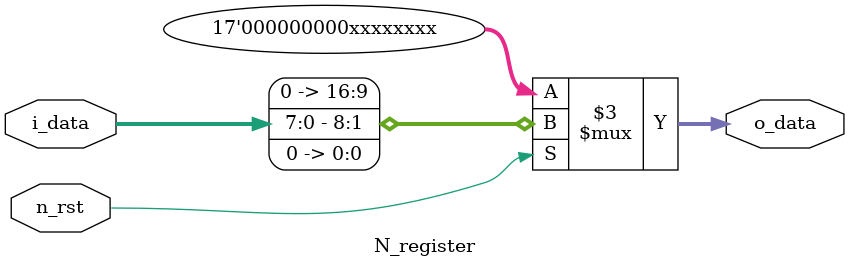
<source format=sv>
module N_register #(
  parameter WIDTH_REGISTER = 8
)(
  input  logic [WIDTH_REGISTER-1:0] i_data,
  input  logic                      n_rst,
  
  output logic [2*WIDTH_REGISTER:0] o_data
);

  always @(i_data, n_rst) begin
    if (n_rst)  o_data <= {{WIDTH_REGISTER{1'b0}},i_data,1'b0};
    else  o_data <= {WIDTH_REGISTER{1'bx}};
  end

endmodule
</source>
